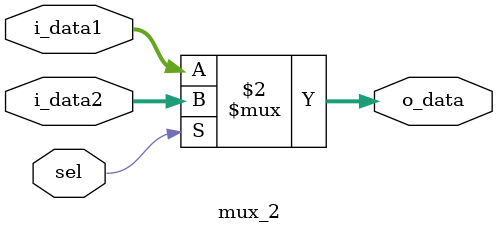
<source format=v>
`timescale 1ns / 1ps
module IF(i_clk, i_rst_n, i_PCSrc, i_branch_addr, o_next_pc, o_data);
  input i_clk, i_rst_n, i_PCSrc;      //input PCsource signal
  input [31:0] i_branch_addr;         //input branch address
  output [31:0] o_next_pc, o_data;    //output next pc, data(instruction)
  
  wire [31:0] w_o_pc, w_o_instr, w_o_sum, w_o_mux;
  
  
  PC U0_PC(i_clk, i_rst_n, w_o_mux, w_o_pc);
  IM U1_IM(w_o_pc, w_o_instr);
  R_IF_ID U2_IF_ID(i_clk, i_rst_n, w_o_sum, w_o_instr, o_next_pc, o_data);
  ADD_PC U3_ADD_PC(w_o_pc, 32'h00000004, w_o_sum);
  mux_2 U4_mux_2(w_o_sum, i_branch_addr, i_PCSrc, w_o_mux);
  
endmodule

//32bit mux_2
module mux_2(i_data1, i_data2, sel, o_data);
  input [31:0] i_data1, i_data2;
  input sel;
  output [31:0] o_data;
  
  assign o_data = (sel == 1'b0) ? i_data1 : i_data2;
  
endmodule

</source>
